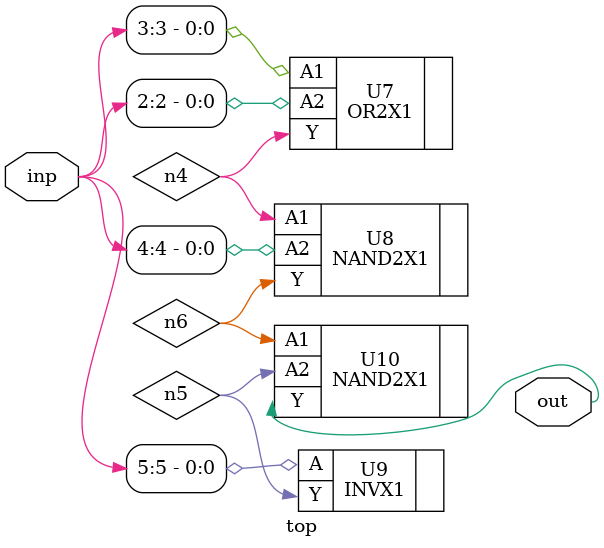
<source format=sv>


module top ( inp, out );
  input [5:0] inp;
  output out;
  wire   n4, n5, n6;

  OR2X1 U7 ( .A1(inp[3]), .A2(inp[2]), .Y(n4) );
  NAND2X1 U8 ( .A1(n4), .A2(inp[4]), .Y(n6) );
  INVX1 U9 ( .A(inp[5]), .Y(n5) );
  NAND2X1 U10 ( .A1(n6), .A2(n5), .Y(out) );
endmodule


</source>
